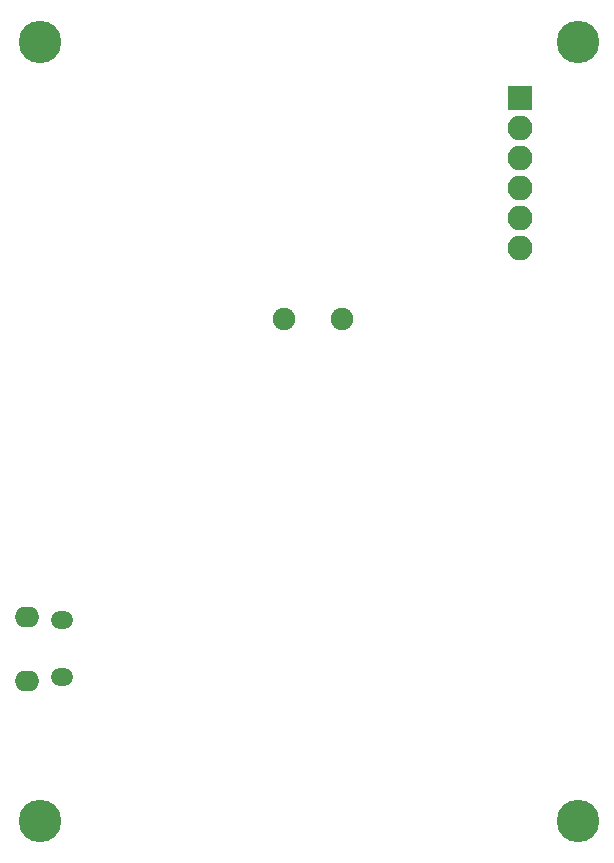
<source format=gbr>
G04 #@! TF.GenerationSoftware,KiCad,Pcbnew,5.0.0-fee4fd1~66~ubuntu16.04.1*
G04 #@! TF.CreationDate,2019-01-16T05:40:02-05:00*
G04 #@! TF.ProjectId,quadrant,7175616472616E742E6B696361645F70,rev?*
G04 #@! TF.SameCoordinates,Original*
G04 #@! TF.FileFunction,Soldermask,Bot*
G04 #@! TF.FilePolarity,Negative*
%FSLAX46Y46*%
G04 Gerber Fmt 4.6, Leading zero omitted, Abs format (unit mm)*
G04 Created by KiCad (PCBNEW 5.0.0-fee4fd1~66~ubuntu16.04.1) date Wed Jan 16 05:40:02 2019*
%MOMM*%
%LPD*%
G01*
G04 APERTURE LIST*
%ADD10O,2.100000X2.100000*%
%ADD11R,2.100000X2.100000*%
%ADD12O,2.100000X1.750000*%
%ADD13O,1.900000X1.500000*%
%ADD14C,1.900000*%
%ADD15C,3.600000*%
G04 APERTURE END LIST*
D10*
G04 #@! TO.C,J1*
X166370000Y-91200000D03*
X166370000Y-88660000D03*
X166370000Y-86120000D03*
X166370000Y-83580000D03*
X166370000Y-81040000D03*
D11*
X166370000Y-78500000D03*
G04 #@! TD*
D12*
G04 #@! TO.C,J2*
X124615000Y-127881000D03*
X124615000Y-122421000D03*
D13*
X127615000Y-127571000D03*
X127615000Y-122731000D03*
G04 #@! TD*
D14*
G04 #@! TO.C,Y1*
X151250000Y-97250000D03*
X146370000Y-97250000D03*
G04 #@! TD*
D15*
G04 #@! TO.C,REF\002A\002A*
X171250000Y-73750000D03*
G04 #@! TD*
G04 #@! TO.C,REF\002A\002A*
X125750000Y-73750000D03*
G04 #@! TD*
G04 #@! TO.C,REF\002A\002A*
X125750000Y-139750000D03*
G04 #@! TD*
G04 #@! TO.C,REF\002A\002A*
X171250000Y-139750000D03*
G04 #@! TD*
M02*

</source>
